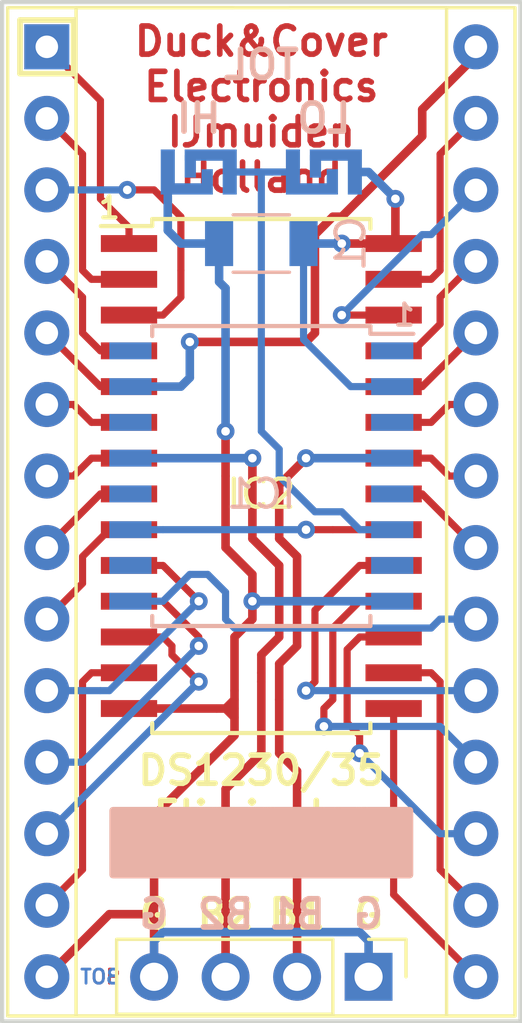
<source format=kicad_pcb>
(kicad_pcb (version 4) (host pcbnew 4.0.6-e0-6349~53~ubuntu16.04.1)

  (general
    (links 49)
    (no_connects 8)
    (area 102.477499 51.677499 121.042501 88.022501)
    (thickness 1.6)
    (drawings 26)
    (tracks 235)
    (zones 0)
    (modules 7)
    (nets 34)
  )

  (page A4)
  (layers
    (0 F.Cu signal hide)
    (31 B.Cu signal hide)
    (32 B.Adhes user hide)
    (33 F.Adhes user)
    (34 B.Paste user hide)
    (35 F.Paste user)
    (36 B.SilkS user)
    (37 F.SilkS user hide)
    (38 B.Mask user hide)
    (39 F.Mask user hide)
    (40 Dwgs.User user)
    (41 Cmts.User user)
    (42 Eco1.User user)
    (43 Eco2.User user)
    (44 Edge.Cuts user)
    (45 Margin user)
    (46 B.CrtYd user hide)
    (47 F.CrtYd user)
    (48 B.Fab user hide)
    (49 F.Fab user hide)
  )

  (setup
    (last_trace_width 0.254)
    (user_trace_width 0.1524)
    (user_trace_width 0.254)
    (user_trace_width 0.3048)
    (user_trace_width 0.381)
    (user_trace_width 0.508)
    (trace_clearance 0.254)
    (zone_clearance 0.508)
    (zone_45_only no)
    (trace_min 0.1524)
    (segment_width 0.2)
    (edge_width 0.15)
    (via_size 0.635)
    (via_drill 0.3048)
    (via_min_size 0.508)
    (via_min_drill 0.254)
    (uvia_size 0.0254)
    (uvia_drill 0)
    (uvias_allowed no)
    (uvia_min_size 0)
    (uvia_min_drill 0)
    (pcb_text_width 0.3)
    (pcb_text_size 1.5 1.5)
    (mod_edge_width 0.15)
    (mod_text_size 1 1)
    (mod_text_width 0.15)
    (pad_size 1.524 1.524)
    (pad_drill 0.762)
    (pad_to_mask_clearance 0.2)
    (aux_axis_origin 102.5525 87.9475)
    (visible_elements FFFEFF5F)
    (pcbplotparams
      (layerselection 0x00030_80000001)
      (usegerberextensions false)
      (excludeedgelayer true)
      (linewidth 0.100000)
      (plotframeref false)
      (viasonmask false)
      (mode 1)
      (useauxorigin false)
      (hpglpennumber 1)
      (hpglpenspeed 20)
      (hpglpendiameter 15)
      (hpglpenoverlay 2)
      (psnegative false)
      (psa4output false)
      (plotreference true)
      (plotvalue true)
      (plotinvisibletext false)
      (padsonsilk false)
      (subtractmaskfromsilk false)
      (outputformat 1)
      (mirror false)
      (drillshape 1)
      (scaleselection 1)
      (outputdirectory ""))
  )

  (net 0 "")
  (net 1 GND)
  (net 2 /a14)
  (net 3 /d3)
  (net 4 /a12)
  (net 5 /d4)
  (net 6 /a7)
  (net 7 /d5)
  (net 8 /a6)
  (net 9 /d6)
  (net 10 /a5)
  (net 11 /d7)
  (net 12 /a4)
  (net 13 /a3)
  (net 14 /a10)
  (net 15 /a2)
  (net 16 /a1)
  (net 17 /a11)
  (net 18 /a0)
  (net 19 /a9)
  (net 20 /d0)
  (net 21 /a8)
  (net 22 /d1)
  (net 23 /a13)
  (net 24 /d2)
  (net 25 /VCCO)
  (net 26 /~CE)
  (net 27 /VBAT1)
  (net 28 /~CEO)
  (net 29 /TOL)
  (net 30 /VBAT2)
  (net 31 /VCCI)
  (net 32 /~OE)
  (net 33 /~WE)

  (net_class Default "This is the default net class."
    (clearance 0.254)
    (trace_width 0.254)
    (via_dia 0.635)
    (via_drill 0.3048)
    (uvia_dia 0.0254)
    (uvia_drill 0)
    (add_net /TOL)
    (add_net /a0)
    (add_net /a1)
    (add_net /a10)
    (add_net /a11)
    (add_net /a12)
    (add_net /a13)
    (add_net /a14)
    (add_net /a2)
    (add_net /a3)
    (add_net /a4)
    (add_net /a5)
    (add_net /a6)
    (add_net /a7)
    (add_net /a8)
    (add_net /a9)
    (add_net /d0)
    (add_net /d1)
    (add_net /d2)
    (add_net /d3)
    (add_net /d4)
    (add_net /d5)
    (add_net /d6)
    (add_net /d7)
    (add_net /~CE)
    (add_net /~CEO)
    (add_net /~OE)
    (add_net /~WE)
  )

  (net_class Power ""
    (clearance 0.254)
    (trace_width 0.3048)
    (via_dia 0.635)
    (via_drill 0.3048)
    (uvia_dia 0.0254)
    (uvia_drill 0)
    (add_net /VBAT1)
    (add_net /VBAT2)
    (add_net /VCCI)
    (add_net /VCCO)
    (add_net GND)
  )

  (module Housings_DIP:DIP-28_W15.24mm_Socket (layer F.Cu) (tedit 593F0E9F) (tstamp 593EE8E0)
    (at 104.14 53.34)
    (descr "28-lead dip package, row spacing 15.24 mm (600 mils), Socket")
    (tags "DIL DIP PDIP 2.54mm 15.24mm 600mil Socket")
    (path /593F1664)
    (fp_text reference J3 (at 0 -2.54) (layer F.SilkS) hide
      (effects (font (size 1 1) (thickness 0.15)))
    )
    (fp_text value 62256 (at 7.62 35.41) (layer F.Fab)
      (effects (font (size 1 1) (thickness 0.15)))
    )
    (fp_text user %R (at 0 -2.54) (layer F.Fab) hide
      (effects (font (size 1 1) (thickness 0.15)))
    )
    (fp_line (start 1.255 -1.27) (end 14.985 -1.27) (layer F.Fab) (width 0.1))
    (fp_line (start 14.985 -1.27) (end 14.985 34.29) (layer F.Fab) (width 0.1))
    (fp_line (start 14.985 34.29) (end 0.255 34.29) (layer F.Fab) (width 0.1))
    (fp_line (start 0.255 34.29) (end 0.255 -0.27) (layer F.Fab) (width 0.1))
    (fp_line (start 0.255 -0.27) (end 1.255 -1.27) (layer F.Fab) (width 0.1))
    (fp_line (start -1.27 -1.27) (end -1.27 34.29) (layer F.Fab) (width 0.1))
    (fp_line (start -1.27 34.29) (end 16.51 34.29) (layer F.Fab) (width 0.1))
    (fp_line (start 16.51 34.29) (end 16.51 -1.27) (layer F.Fab) (width 0.1))
    (fp_line (start 16.51 -1.27) (end -1.27 -1.27) (layer F.Fab) (width 0.1))
    (fp_line (start 6.62 -1.39) (end 1.04 -1.39) (layer F.SilkS) (width 0.12))
    (fp_line (start 1.04 -1.39) (end 1.04 34.41) (layer F.SilkS) (width 0.12))
    (fp_line (start 1.04 34.41) (end 14.2 34.41) (layer F.SilkS) (width 0.12))
    (fp_line (start 14.2 34.41) (end 14.2 -1.39) (layer F.SilkS) (width 0.12))
    (fp_line (start 14.2 -1.39) (end 8.62 -1.39) (layer F.SilkS) (width 0.12))
    (fp_line (start -1.39 -1.39) (end -1.39 34.41) (layer F.SilkS) (width 0.12))
    (fp_line (start -1.39 34.41) (end 16.63 34.41) (layer F.SilkS) (width 0.12))
    (fp_line (start 16.63 34.41) (end 16.63 -1.39) (layer F.SilkS) (width 0.12))
    (fp_line (start 16.63 -1.39) (end -1.39 -1.39) (layer F.SilkS) (width 0.12))
    (fp_line (start -1.7 -1.7) (end -1.7 34.7) (layer F.CrtYd) (width 0.05))
    (fp_line (start -1.7 34.7) (end 16.9 34.7) (layer F.CrtYd) (width 0.05))
    (fp_line (start 16.9 34.7) (end 16.9 -1.7) (layer F.CrtYd) (width 0.05))
    (fp_line (start 16.9 -1.7) (end -1.7 -1.7) (layer F.CrtYd) (width 0.05))
    (pad 1 thru_hole rect (at 0 0) (size 1.6 1.6) (drill 0.8) (layers *.Cu *.Mask)
      (net 2 /a14))
    (pad 15 thru_hole oval (at 15.24 33.02) (size 1.6 1.6) (drill 0.8) (layers *.Cu *.Mask)
      (net 3 /d3))
    (pad 2 thru_hole oval (at 0 2.54) (size 1.6 1.6) (drill 0.8) (layers *.Cu *.Mask)
      (net 4 /a12))
    (pad 16 thru_hole oval (at 15.24 30.48) (size 1.6 1.6) (drill 0.8) (layers *.Cu *.Mask)
      (net 5 /d4))
    (pad 3 thru_hole oval (at 0 5.08) (size 1.6 1.6) (drill 0.8) (layers *.Cu *.Mask)
      (net 6 /a7))
    (pad 17 thru_hole oval (at 15.24 27.94) (size 1.6 1.6) (drill 0.8) (layers *.Cu *.Mask)
      (net 7 /d5))
    (pad 4 thru_hole oval (at 0 7.62) (size 1.6 1.6) (drill 0.8) (layers *.Cu *.Mask)
      (net 8 /a6))
    (pad 18 thru_hole oval (at 15.24 25.4) (size 1.6 1.6) (drill 0.8) (layers *.Cu *.Mask)
      (net 9 /d6))
    (pad 5 thru_hole oval (at 0 10.16) (size 1.6 1.6) (drill 0.8) (layers *.Cu *.Mask)
      (net 10 /a5))
    (pad 19 thru_hole oval (at 15.24 22.86) (size 1.6 1.6) (drill 0.8) (layers *.Cu *.Mask)
      (net 11 /d7))
    (pad 6 thru_hole oval (at 0 12.7) (size 1.6 1.6) (drill 0.8) (layers *.Cu *.Mask)
      (net 12 /a4))
    (pad 20 thru_hole oval (at 15.24 20.32) (size 1.6 1.6) (drill 0.8) (layers *.Cu *.Mask)
      (net 26 /~CE))
    (pad 7 thru_hole oval (at 0 15.24) (size 1.6 1.6) (drill 0.8) (layers *.Cu *.Mask)
      (net 13 /a3))
    (pad 21 thru_hole oval (at 15.24 17.78) (size 1.6 1.6) (drill 0.8) (layers *.Cu *.Mask)
      (net 14 /a10))
    (pad 8 thru_hole oval (at 0 17.78) (size 1.6 1.6) (drill 0.8) (layers *.Cu *.Mask)
      (net 15 /a2))
    (pad 22 thru_hole oval (at 15.24 15.24) (size 1.6 1.6) (drill 0.8) (layers *.Cu *.Mask)
      (net 32 /~OE))
    (pad 9 thru_hole oval (at 0 20.32) (size 1.6 1.6) (drill 0.8) (layers *.Cu *.Mask)
      (net 16 /a1))
    (pad 23 thru_hole oval (at 15.24 12.7) (size 1.6 1.6) (drill 0.8) (layers *.Cu *.Mask)
      (net 17 /a11))
    (pad 10 thru_hole oval (at 0 22.86) (size 1.6 1.6) (drill 0.8) (layers *.Cu *.Mask)
      (net 18 /a0))
    (pad 24 thru_hole oval (at 15.24 10.16) (size 1.6 1.6) (drill 0.8) (layers *.Cu *.Mask)
      (net 19 /a9))
    (pad 11 thru_hole oval (at 0 25.4) (size 1.6 1.6) (drill 0.8) (layers *.Cu *.Mask)
      (net 20 /d0))
    (pad 25 thru_hole oval (at 15.24 7.62) (size 1.6 1.6) (drill 0.8) (layers *.Cu *.Mask)
      (net 21 /a8))
    (pad 12 thru_hole oval (at 0 27.94) (size 1.6 1.6) (drill 0.8) (layers *.Cu *.Mask)
      (net 22 /d1))
    (pad 26 thru_hole oval (at 15.24 5.08) (size 1.6 1.6) (drill 0.8) (layers *.Cu *.Mask)
      (net 23 /a13))
    (pad 13 thru_hole oval (at 0 30.48) (size 1.6 1.6) (drill 0.8) (layers *.Cu *.Mask)
      (net 24 /d2))
    (pad 27 thru_hole oval (at 15.24 2.54) (size 1.6 1.6) (drill 0.8) (layers *.Cu *.Mask)
      (net 33 /~WE))
    (pad 14 thru_hole oval (at 0 33.02) (size 1.6 1.6) (drill 0.8) (layers *.Cu *.Mask)
      (net 1 GND))
    (pad 28 thru_hole oval (at 15.24 0) (size 1.6 1.6) (drill 0.8) (layers *.Cu *.Mask)
      (net 31 /VCCI))
    (model ${KISYS3DMOD}/Housings_DIP.3dshapes/DIP-28_W15.24mm_Socket.wrl
      (at (xyz 0 0 0))
      (scale (xyz 1 1 1))
      (rotate (xyz 0 0 0))
    )
  )

  (module Capacitors_SMD:C_1206 (layer B.Cu) (tedit 593EEF2D) (tstamp 593EDF6D)
    (at 111.76 60.325 180)
    (descr "Capacitor SMD 1206, reflow soldering, AVX (see smccp.pdf)")
    (tags "capacitor 1206")
    (path /593EFA1B)
    (attr smd)
    (fp_text reference C1 (at -3.175 0 450) (layer B.SilkS)
      (effects (font (size 1 1) (thickness 0.15)) (justify mirror))
    )
    (fp_text value 100n (at 0 -2 180) (layer B.Fab)
      (effects (font (size 1 1) (thickness 0.15)) (justify mirror))
    )
    (fp_text user %R (at -3.175 0 270) (layer B.Fab)
      (effects (font (size 1 1) (thickness 0.15)) (justify mirror))
    )
    (fp_line (start -1.6 -0.8) (end -1.6 0.8) (layer B.Fab) (width 0.1))
    (fp_line (start 1.6 -0.8) (end -1.6 -0.8) (layer B.Fab) (width 0.1))
    (fp_line (start 1.6 0.8) (end 1.6 -0.8) (layer B.Fab) (width 0.1))
    (fp_line (start -1.6 0.8) (end 1.6 0.8) (layer B.Fab) (width 0.1))
    (fp_line (start 1 1.02) (end -1 1.02) (layer B.SilkS) (width 0.12))
    (fp_line (start -1 -1.02) (end 1 -1.02) (layer B.SilkS) (width 0.12))
    (fp_line (start -2.25 1.05) (end 2.25 1.05) (layer B.CrtYd) (width 0.05))
    (fp_line (start -2.25 1.05) (end -2.25 -1.05) (layer B.CrtYd) (width 0.05))
    (fp_line (start 2.25 -1.05) (end 2.25 1.05) (layer B.CrtYd) (width 0.05))
    (fp_line (start 2.25 -1.05) (end -2.25 -1.05) (layer B.CrtYd) (width 0.05))
    (pad 1 smd rect (at -1.5 0 180) (size 1 1.6) (layers B.Cu B.Paste B.Mask)
      (net 25 /VCCO))
    (pad 2 smd rect (at 1.5 0 180) (size 1 1.6) (layers B.Cu B.Paste B.Mask)
      (net 1 GND))
    (model Capacitors_SMD.3dshapes/C_1206.wrl
      (at (xyz 0 0 0))
      (scale (xyz 1 1 1))
      (rotate (xyz 0 0 0))
    )
  )

  (module nelis_footprints:soljump_no_1 (layer B.Cu) (tedit 593EEE0D) (tstamp 593EDF83)
    (at 113.9825 57.785 180)
    (path /593EF1B4)
    (fp_text reference JP1 (at -2.54 0 450) (layer B.SilkS) hide
      (effects (font (size 1 1) (thickness 0.15)) (justify mirror))
    )
    (fp_text value soljump_nc_1 (at 0 -1.27 180) (layer B.Fab)
      (effects (font (size 1 1) (thickness 0.15)) (justify mirror))
    )
    (fp_line (start -1.2 -0.5) (end 1.2 -0.5) (layer B.Mask) (width 0.25))
    (fp_line (start -1.2 -0.3) (end 1.2 -0.3) (layer B.Mask) (width 0.25))
    (fp_line (start -1.2 -0.1) (end 1.2 -0.1) (layer B.Mask) (width 0.25))
    (fp_line (start -1.2 0.1) (end 1.2 0.1) (layer B.Mask) (width 0.25))
    (fp_line (start -1.2 0.3) (end 1.2 0.3) (layer B.Mask) (width 0.25))
    (fp_line (start -1.2 0.5) (end 1.2 0.5) (layer B.Mask) (width 0.25))
    (fp_line (start 1.2 0.7) (end 1.2 -0.7) (layer B.Mask) (width 0.25))
    (fp_line (start -1.2 0.7) (end -1.2 -0.7) (layer B.Mask) (width 0.25))
    (fp_line (start -1.2 0.7) (end 1.2 0.7) (layer B.Mask) (width 0.25))
    (fp_line (start -1.2 -0.7) (end 1.2 -0.7) (layer B.Mask) (width 0.25))
    (fp_line (start -1.4 0.9) (end 1.4 0.9) (layer B.CrtYd) (width 0.15))
    (fp_line (start 1.4 0.9) (end 1.5 0.9) (layer B.CrtYd) (width 0.15))
    (fp_line (start 1.5 0.9) (end 1.5 -0.9) (layer B.CrtYd) (width 0.15))
    (fp_line (start 1.5 -0.9) (end -1.5 -0.9) (layer B.CrtYd) (width 0.15))
    (fp_line (start -1.5 -0.9) (end -1.5 0.9) (layer B.CrtYd) (width 0.15))
    (fp_line (start -1.5 0.9) (end -1.4 0.9) (layer B.CrtYd) (width 0.15))
    (pad 1 smd rect (at -1.1 0 180) (size 0.5 1.6) (layers B.Cu B.Paste B.Mask)
      (net 25 /VCCO))
    (pad 2 smd rect (at 1.1 0 180) (size 0.5 1.6) (layers B.Cu B.Paste B.Mask)
      (net 29 /TOL))
    (pad 1 smd rect (at -0.3 0.6 180) (size 1.6 0.4) (layers B.Cu B.Paste B.Mask)
      (net 25 /VCCO))
    (pad 2 smd rect (at 0.3 -0.6 180) (size 1.6 0.4) (layers B.Cu B.Paste B.Mask)
      (net 29 /TOL))
    (pad 2 smd rect (at -0.3 -0.3 180) (size 0.4 0.8) (layers B.Cu B.Paste B.Mask)
      (net 29 /TOL))
    (pad 1 smd rect (at 0.3 0.2 180) (size 0.4 0.8) (layers B.Cu B.Paste B.Mask)
      (net 25 /VCCO))
  )

  (module nelis_footprints:soljump_no_1 (layer B.Cu) (tedit 593EEE09) (tstamp 593EDF8D)
    (at 109.5375 57.785 180)
    (path /593EF20D)
    (fp_text reference JP2 (at 2.54 0 450) (layer B.SilkS) hide
      (effects (font (size 1 1) (thickness 0.15)) (justify mirror))
    )
    (fp_text value soljump_no_1 (at 0 -1.27 180) (layer B.Fab)
      (effects (font (size 1 1) (thickness 0.15)) (justify mirror))
    )
    (fp_line (start -1.2 -0.5) (end 1.2 -0.5) (layer B.Mask) (width 0.25))
    (fp_line (start -1.2 -0.3) (end 1.2 -0.3) (layer B.Mask) (width 0.25))
    (fp_line (start -1.2 -0.1) (end 1.2 -0.1) (layer B.Mask) (width 0.25))
    (fp_line (start -1.2 0.1) (end 1.2 0.1) (layer B.Mask) (width 0.25))
    (fp_line (start -1.2 0.3) (end 1.2 0.3) (layer B.Mask) (width 0.25))
    (fp_line (start -1.2 0.5) (end 1.2 0.5) (layer B.Mask) (width 0.25))
    (fp_line (start 1.2 0.7) (end 1.2 -0.7) (layer B.Mask) (width 0.25))
    (fp_line (start -1.2 0.7) (end -1.2 -0.7) (layer B.Mask) (width 0.25))
    (fp_line (start -1.2 0.7) (end 1.2 0.7) (layer B.Mask) (width 0.25))
    (fp_line (start -1.2 -0.7) (end 1.2 -0.7) (layer B.Mask) (width 0.25))
    (fp_line (start -1.4 0.9) (end 1.4 0.9) (layer B.CrtYd) (width 0.15))
    (fp_line (start 1.4 0.9) (end 1.5 0.9) (layer B.CrtYd) (width 0.15))
    (fp_line (start 1.5 0.9) (end 1.5 -0.9) (layer B.CrtYd) (width 0.15))
    (fp_line (start 1.5 -0.9) (end -1.5 -0.9) (layer B.CrtYd) (width 0.15))
    (fp_line (start -1.5 -0.9) (end -1.5 0.9) (layer B.CrtYd) (width 0.15))
    (fp_line (start -1.5 0.9) (end -1.4 0.9) (layer B.CrtYd) (width 0.15))
    (pad 1 smd rect (at -1.1 0 180) (size 0.5 1.6) (layers B.Cu B.Paste B.Mask)
      (net 29 /TOL))
    (pad 2 smd rect (at 1.1 0 180) (size 0.5 1.6) (layers B.Cu B.Paste B.Mask)
      (net 1 GND))
    (pad 1 smd rect (at -0.3 0.6 180) (size 1.6 0.4) (layers B.Cu B.Paste B.Mask)
      (net 29 /TOL))
    (pad 2 smd rect (at 0.3 -0.6 180) (size 1.6 0.4) (layers B.Cu B.Paste B.Mask)
      (net 1 GND))
    (pad 2 smd rect (at -0.3 -0.3 180) (size 0.4 0.8) (layers B.Cu B.Paste B.Mask)
      (net 1 GND))
    (pad 1 smd rect (at 0.3 0.2 180) (size 0.4 0.8) (layers B.Cu B.Paste B.Mask)
      (net 29 /TOL))
  )

  (module Housings_SOIC:SOIC-16W_7.5x10.3mm_Pitch1.27mm (layer B.Cu) (tedit 593F0FEA) (tstamp 593EF588)
    (at 111.76 68.58 180)
    (descr "16-Lead Plastic Small Outline (SO) - Wide, 7.50 mm Body [SOIC] (see Microchip Packaging Specification 00000049BS.pdf)")
    (tags "SOIC 1.27")
    (path /593F3419)
    (attr smd)
    (fp_text reference IC1 (at 0 -0.635 180) (layer B.SilkS)
      (effects (font (size 1 1) (thickness 0.15)) (justify mirror))
    )
    (fp_text value DS1210S (at 0 -6.25 180) (layer B.Fab)
      (effects (font (size 1 1) (thickness 0.15)) (justify mirror))
    )
    (fp_text user %R (at 0 0 180) (layer B.Fab)
      (effects (font (size 1 1) (thickness 0.15)) (justify mirror))
    )
    (fp_line (start -2.75 5.15) (end 3.75 5.15) (layer B.Fab) (width 0.15))
    (fp_line (start 3.75 5.15) (end 3.75 -5.15) (layer B.Fab) (width 0.15))
    (fp_line (start 3.75 -5.15) (end -3.75 -5.15) (layer B.Fab) (width 0.15))
    (fp_line (start -3.75 -5.15) (end -3.75 4.15) (layer B.Fab) (width 0.15))
    (fp_line (start -3.75 4.15) (end -2.75 5.15) (layer B.Fab) (width 0.15))
    (fp_line (start -5.65 5.5) (end -5.65 -5.5) (layer B.CrtYd) (width 0.05))
    (fp_line (start 5.65 5.5) (end 5.65 -5.5) (layer B.CrtYd) (width 0.05))
    (fp_line (start -5.65 5.5) (end 5.65 5.5) (layer B.CrtYd) (width 0.05))
    (fp_line (start -5.65 -5.5) (end 5.65 -5.5) (layer B.CrtYd) (width 0.05))
    (fp_line (start -3.875 5.325) (end -3.875 5.05) (layer B.SilkS) (width 0.15))
    (fp_line (start 3.875 5.325) (end 3.875 4.97) (layer B.SilkS) (width 0.15))
    (fp_line (start 3.875 -5.325) (end 3.875 -4.97) (layer B.SilkS) (width 0.15))
    (fp_line (start -3.875 -5.325) (end -3.875 -4.97) (layer B.SilkS) (width 0.15))
    (fp_line (start -3.875 5.325) (end 3.875 5.325) (layer B.SilkS) (width 0.15))
    (fp_line (start -3.875 -5.325) (end 3.875 -5.325) (layer B.SilkS) (width 0.15))
    (fp_line (start -3.875 5.05) (end -5.4 5.05) (layer B.SilkS) (width 0.15))
    (pad 1 smd rect (at -4.65 4.445 180) (size 1.5 0.6) (layers B.Cu B.Paste B.Mask))
    (pad 2 smd rect (at -4.65 3.175 180) (size 1.5 0.6) (layers B.Cu B.Paste B.Mask)
      (net 25 /VCCO))
    (pad 3 smd rect (at -4.65 1.905 180) (size 1.5 0.6) (layers B.Cu B.Paste B.Mask))
    (pad 4 smd rect (at -4.65 0.635 180) (size 1.5 0.6) (layers B.Cu B.Paste B.Mask)
      (net 27 /VBAT1))
    (pad 5 smd rect (at -4.65 -0.635 180) (size 1.5 0.6) (layers B.Cu B.Paste B.Mask))
    (pad 6 smd rect (at -4.65 -1.905 180) (size 1.5 0.6) (layers B.Cu B.Paste B.Mask)
      (net 29 /TOL))
    (pad 7 smd rect (at -4.65 -3.175 180) (size 1.5 0.6) (layers B.Cu B.Paste B.Mask))
    (pad 8 smd rect (at -4.65 -4.445 180) (size 1.5 0.6) (layers B.Cu B.Paste B.Mask)
      (net 1 GND))
    (pad 9 smd rect (at 4.65 -4.445 180) (size 1.5 0.6) (layers B.Cu B.Paste B.Mask)
      (net 26 /~CE))
    (pad 10 smd rect (at 4.65 -3.175 180) (size 1.5 0.6) (layers B.Cu B.Paste B.Mask))
    (pad 11 smd rect (at 4.65 -1.905 180) (size 1.5 0.6) (layers B.Cu B.Paste B.Mask)
      (net 28 /~CEO))
    (pad 12 smd rect (at 4.65 -0.635 180) (size 1.5 0.6) (layers B.Cu B.Paste B.Mask))
    (pad 13 smd rect (at 4.65 0.635 180) (size 1.5 0.6) (layers B.Cu B.Paste B.Mask)
      (net 30 /VBAT2))
    (pad 14 smd rect (at 4.65 1.905 180) (size 1.5 0.6) (layers B.Cu B.Paste B.Mask))
    (pad 15 smd rect (at 4.65 3.175 180) (size 1.5 0.6) (layers B.Cu B.Paste B.Mask)
      (net 31 /VCCI))
    (pad 16 smd rect (at 4.65 4.445 180) (size 1.5 0.6) (layers B.Cu B.Paste B.Mask))
    (model ${KISYS3DMOD}/Housings_SOIC.3dshapes/SOIC-16W_7.5x10.3mm_Pitch1.27mm.wrl
      (at (xyz 0 0 0))
      (scale (xyz 1 1 1))
      (rotate (xyz 0 0 0))
    )
  )

  (module Housings_SOIC:SOIC-28W_7.5x17.9mm_Pitch1.27mm (layer F.Cu) (tedit 593F0FDD) (tstamp 593EF59B)
    (at 111.76 68.58)
    (descr "28-Lead Plastic Small Outline (SO) - Wide, 7.50 mm Body [SOIC] (see Microchip Packaging Specification 00000049BS.pdf)")
    (tags "SOIC 1.27")
    (path /593F1312)
    (attr smd)
    (fp_text reference IC2 (at 0 0.635) (layer F.SilkS)
      (effects (font (size 1 1) (thickness 0.15)))
    )
    (fp_text value 62256 (at 0 10.05) (layer F.Fab)
      (effects (font (size 1 1) (thickness 0.15)))
    )
    (fp_text user %R (at 0 0.635) (layer F.Fab)
      (effects (font (size 1 1) (thickness 0.15)))
    )
    (fp_line (start -2.75 -8.95) (end 3.75 -8.95) (layer F.Fab) (width 0.15))
    (fp_line (start 3.75 -8.95) (end 3.75 8.95) (layer F.Fab) (width 0.15))
    (fp_line (start 3.75 8.95) (end -3.75 8.95) (layer F.Fab) (width 0.15))
    (fp_line (start -3.75 8.95) (end -3.75 -7.95) (layer F.Fab) (width 0.15))
    (fp_line (start -3.75 -7.95) (end -2.75 -8.95) (layer F.Fab) (width 0.15))
    (fp_line (start -5.95 -9.3) (end -5.95 9.3) (layer F.CrtYd) (width 0.05))
    (fp_line (start 5.95 -9.3) (end 5.95 9.3) (layer F.CrtYd) (width 0.05))
    (fp_line (start -5.95 -9.3) (end 5.95 -9.3) (layer F.CrtYd) (width 0.05))
    (fp_line (start -5.95 9.3) (end 5.95 9.3) (layer F.CrtYd) (width 0.05))
    (fp_line (start -3.875 -9.125) (end -3.875 -8.875) (layer F.SilkS) (width 0.15))
    (fp_line (start 3.875 -9.125) (end 3.875 -8.78) (layer F.SilkS) (width 0.15))
    (fp_line (start 3.875 9.125) (end 3.875 8.78) (layer F.SilkS) (width 0.15))
    (fp_line (start -3.875 9.125) (end -3.875 8.78) (layer F.SilkS) (width 0.15))
    (fp_line (start -3.875 -9.125) (end 3.875 -9.125) (layer F.SilkS) (width 0.15))
    (fp_line (start -3.875 9.125) (end 3.875 9.125) (layer F.SilkS) (width 0.15))
    (fp_line (start -3.875 -8.875) (end -5.7 -8.875) (layer F.SilkS) (width 0.15))
    (pad 1 smd rect (at -4.7 -8.255) (size 2 0.6) (layers F.Cu F.Paste F.Mask)
      (net 2 /a14))
    (pad 2 smd rect (at -4.7 -6.985) (size 2 0.6) (layers F.Cu F.Paste F.Mask)
      (net 4 /a12))
    (pad 3 smd rect (at -4.7 -5.715) (size 2 0.6) (layers F.Cu F.Paste F.Mask)
      (net 6 /a7))
    (pad 4 smd rect (at -4.7 -4.445) (size 2 0.6) (layers F.Cu F.Paste F.Mask)
      (net 8 /a6))
    (pad 5 smd rect (at -4.7 -3.175) (size 2 0.6) (layers F.Cu F.Paste F.Mask)
      (net 10 /a5))
    (pad 6 smd rect (at -4.7 -1.905) (size 2 0.6) (layers F.Cu F.Paste F.Mask)
      (net 12 /a4))
    (pad 7 smd rect (at -4.7 -0.635) (size 2 0.6) (layers F.Cu F.Paste F.Mask)
      (net 13 /a3))
    (pad 8 smd rect (at -4.7 0.635) (size 2 0.6) (layers F.Cu F.Paste F.Mask)
      (net 15 /a2))
    (pad 9 smd rect (at -4.7 1.905) (size 2 0.6) (layers F.Cu F.Paste F.Mask)
      (net 16 /a1))
    (pad 10 smd rect (at -4.7 3.175) (size 2 0.6) (layers F.Cu F.Paste F.Mask)
      (net 18 /a0))
    (pad 11 smd rect (at -4.7 4.445) (size 2 0.6) (layers F.Cu F.Paste F.Mask)
      (net 20 /d0))
    (pad 12 smd rect (at -4.7 5.715) (size 2 0.6) (layers F.Cu F.Paste F.Mask)
      (net 22 /d1))
    (pad 13 smd rect (at -4.7 6.985) (size 2 0.6) (layers F.Cu F.Paste F.Mask)
      (net 24 /d2))
    (pad 14 smd rect (at -4.7 8.255) (size 2 0.6) (layers F.Cu F.Paste F.Mask)
      (net 1 GND))
    (pad 15 smd rect (at 4.7 8.255) (size 2 0.6) (layers F.Cu F.Paste F.Mask)
      (net 3 /d3))
    (pad 16 smd rect (at 4.7 6.985) (size 2 0.6) (layers F.Cu F.Paste F.Mask)
      (net 5 /d4))
    (pad 17 smd rect (at 4.7 5.715) (size 2 0.6) (layers F.Cu F.Paste F.Mask)
      (net 7 /d5))
    (pad 18 smd rect (at 4.7 4.445) (size 2 0.6) (layers F.Cu F.Paste F.Mask)
      (net 9 /d6))
    (pad 19 smd rect (at 4.7 3.175) (size 2 0.6) (layers F.Cu F.Paste F.Mask)
      (net 11 /d7))
    (pad 20 smd rect (at 4.7 1.905) (size 2 0.6) (layers F.Cu F.Paste F.Mask)
      (net 28 /~CEO))
    (pad 21 smd rect (at 4.7 0.635) (size 2 0.6) (layers F.Cu F.Paste F.Mask)
      (net 14 /a10))
    (pad 22 smd rect (at 4.7 -0.635) (size 2 0.6) (layers F.Cu F.Paste F.Mask)
      (net 32 /~OE))
    (pad 23 smd rect (at 4.7 -1.905) (size 2 0.6) (layers F.Cu F.Paste F.Mask)
      (net 17 /a11))
    (pad 24 smd rect (at 4.7 -3.175) (size 2 0.6) (layers F.Cu F.Paste F.Mask)
      (net 19 /a9))
    (pad 25 smd rect (at 4.7 -4.445) (size 2 0.6) (layers F.Cu F.Paste F.Mask)
      (net 21 /a8))
    (pad 26 smd rect (at 4.7 -5.715) (size 2 0.6) (layers F.Cu F.Paste F.Mask)
      (net 23 /a13))
    (pad 27 smd rect (at 4.7 -6.985) (size 2 0.6) (layers F.Cu F.Paste F.Mask)
      (net 33 /~WE))
    (pad 28 smd rect (at 4.7 -8.255) (size 2 0.6) (layers F.Cu F.Paste F.Mask)
      (net 25 /VCCO))
    (model ${KISYS3DMOD}/Housings_SOIC.3dshapes/SOIC-28W_7.5x17.9mm_Pitch1.27mm.wrl
      (at (xyz 0 0 0))
      (scale (xyz 1 1 1))
      (rotate (xyz 0 0 0))
    )
  )

  (module Socket_Strips:Socket_Strip_Straight_1x04_Pitch2.54mm (layer F.Cu) (tedit 593F0DCA) (tstamp 593F027F)
    (at 115.57 86.36 270)
    (descr "Through hole straight socket strip, 1x04, 2.54mm pitch, single row")
    (tags "Through hole socket strip THT 1x04 2.54mm single row")
    (path /593F20D3)
    (fp_text reference J1 (at -2.54 -1.905 360) (layer F.SilkS) hide
      (effects (font (size 1 1) (thickness 0.15)))
    )
    (fp_text value CONN_01X04 (at 0 9.95 270) (layer F.Fab)
      (effects (font (size 1 1) (thickness 0.15)))
    )
    (fp_line (start -1.27 -1.27) (end -1.27 8.89) (layer F.Fab) (width 0.1))
    (fp_line (start -1.27 8.89) (end 1.27 8.89) (layer F.Fab) (width 0.1))
    (fp_line (start 1.27 8.89) (end 1.27 -1.27) (layer F.Fab) (width 0.1))
    (fp_line (start 1.27 -1.27) (end -1.27 -1.27) (layer F.Fab) (width 0.1))
    (fp_line (start -1.33 1.27) (end -1.33 8.95) (layer F.SilkS) (width 0.12))
    (fp_line (start -1.33 8.95) (end 1.33 8.95) (layer F.SilkS) (width 0.12))
    (fp_line (start 1.33 8.95) (end 1.33 1.27) (layer F.SilkS) (width 0.12))
    (fp_line (start 1.33 1.27) (end -1.33 1.27) (layer F.SilkS) (width 0.12))
    (fp_line (start -1.33 0) (end -1.33 -1.33) (layer F.SilkS) (width 0.12))
    (fp_line (start -1.33 -1.33) (end 0 -1.33) (layer F.SilkS) (width 0.12))
    (fp_line (start -1.8 -1.8) (end -1.8 9.4) (layer F.CrtYd) (width 0.05))
    (fp_line (start -1.8 9.4) (end 1.8 9.4) (layer F.CrtYd) (width 0.05))
    (fp_line (start 1.8 9.4) (end 1.8 -1.8) (layer F.CrtYd) (width 0.05))
    (fp_line (start 1.8 -1.8) (end -1.8 -1.8) (layer F.CrtYd) (width 0.05))
    (fp_text user %R (at -2.54 -1.905 360) (layer F.Fab) hide
      (effects (font (size 1 1) (thickness 0.15)))
    )
    (pad 1 thru_hole rect (at 0 0 270) (size 1.7 1.7) (drill 1) (layers *.Cu *.Mask)
      (net 1 GND))
    (pad 2 thru_hole oval (at 0 2.54 270) (size 1.7 1.7) (drill 1) (layers *.Cu *.Mask)
      (net 27 /VBAT1))
    (pad 3 thru_hole oval (at 0 5.08 270) (size 1.7 1.7) (drill 1) (layers *.Cu *.Mask)
      (net 30 /VBAT2))
    (pad 4 thru_hole oval (at 0 7.62 270) (size 1.7 1.7) (drill 1) (layers *.Cu *.Mask)
      (net 1 GND))
    (model ${KISYS3DMOD}/Socket_Strips.3dshapes/Socket_Strip_Straight_1x04_Pitch2.54mm.wrl
      (at (xyz 0 -0.15 0))
      (scale (xyz 1 1 1))
      (rotate (xyz 0 0 270))
    )
  )

  (gr_text "Duck&Cover\nElectronics\nIJmuiden\nHolland" (at 111.76 55.5625) (layer F.Cu)
    (effects (font (size 1 1) (thickness 0.2)))
  )
  (gr_text 1 (at 116.84 62.865) (layer B.SilkS)
    (effects (font (size 0.75 0.75) (thickness 0.15)) (justify mirror))
  )
  (gr_text 1 (at 106.3625 59.055) (layer F.SilkS)
    (effects (font (size 0.75 0.75) (thickness 0.15)))
  )
  (gr_text TOL (at 111.76 53.975) (layer B.SilkS)
    (effects (font (size 1 1) (thickness 0.2)) (justify mirror))
  )
  (gr_line (start 102.5525 87.9475) (end 102.5525 51.7525) (angle 90) (layer Edge.Cuts) (width 0.15))
  (gr_line (start 120.9675 87.9475) (end 102.5525 87.9475) (angle 90) (layer Edge.Cuts) (width 0.15))
  (gr_line (start 120.9675 51.7525) (end 120.9675 87.9475) (angle 90) (layer Edge.Cuts) (width 0.15))
  (gr_line (start 102.5525 51.7525) (end 120.9675 51.7525) (angle 90) (layer Edge.Cuts) (width 0.15))
  (gr_line (start 103.1875 54.2925) (end 103.1875 52.3875) (angle 90) (layer F.SilkS) (width 0.2))
  (gr_line (start 105.0925 54.2925) (end 103.1875 54.2925) (angle 90) (layer F.SilkS) (width 0.2))
  (gr_line (start 105.0925 52.3875) (end 105.0925 54.2925) (angle 90) (layer F.SilkS) (width 0.2))
  (gr_line (start 103.1875 52.3875) (end 105.0925 52.3875) (angle 90) (layer F.SilkS) (width 0.2))
  (gr_text "DS1230/35\nEliminator\n20170612-01" (at 111.76 80.645) (layer F.SilkS)
    (effects (font (size 1 1) (thickness 0.2)))
  )
  (gr_text G (at 115.57 84.1375) (layer B.SilkS)
    (effects (font (size 1 1) (thickness 0.2)) (justify mirror))
  )
  (gr_text B2 (at 110.49 84.1375) (layer B.SilkS)
    (effects (font (size 1 1) (thickness 0.2)) (justify mirror))
  )
  (gr_text B1 (at 113.03 84.1375) (layer B.SilkS)
    (effects (font (size 1 1) (thickness 0.2)) (justify mirror))
  )
  (gr_text G (at 107.95 84.1375) (layer B.SilkS)
    (effects (font (size 1 1) (thickness 0.2)) (justify mirror))
  )
  (gr_text G (at 107.95 84.1375) (layer F.SilkS)
    (effects (font (size 1 1) (thickness 0.2)))
  )
  (gr_text G (at 115.57 84.1375) (layer F.SilkS)
    (effects (font (size 1 1) (thickness 0.2)))
  )
  (gr_text B2 (at 110.49 84.1375) (layer F.SilkS)
    (effects (font (size 1 1) (thickness 0.2)))
  )
  (gr_text LO (at 113.9825 55.88) (layer B.SilkS)
    (effects (font (size 1 1) (thickness 0.2)) (justify mirror))
  )
  (gr_text HI (at 109.5375 55.88) (layer B.SilkS)
    (effects (font (size 1 1) (thickness 0.2)) (justify mirror))
  )
  (gr_text BOT (at 106.045 86.36) (layer B.Cu)
    (effects (font (size 0.5 0.5) (thickness 0.1)) (justify mirror))
  )
  (gr_text TOP (at 106.045 86.36) (layer F.Cu)
    (effects (font (size 0.5 0.5) (thickness 0.1)))
  )
  (gr_text B1 (at 113.03 84.1375) (layer F.SilkS)
    (effects (font (size 1 1) (thickness 0.2)))
  )
  (gr_text "Duck&Cover\nElectronics\nIJmuiden\nHolland" (at 111.76 55.5625) (layer F.Mask)
    (effects (font (size 1 1) (thickness 0.2)))
  )

  (segment (start 108.4375 57.785) (end 108.4375 59.86) (width 0.3048) (layer B.Cu) (net 1))
  (segment (start 108.9025 60.325) (end 110.26 60.325) (width 0.3048) (layer B.Cu) (net 1) (tstamp 593F119F))
  (segment (start 108.4375 59.86) (end 108.9025 60.325) (width 0.3048) (layer B.Cu) (net 1) (tstamp 593F119E))
  (segment (start 110.26 60.325) (end 110.26 61.6825) (width 0.3048) (layer B.Cu) (net 1))
  (segment (start 110.49 66.9925) (end 110.49 68.58) (width 0.3048) (layer F.Cu) (net 1))
  (segment (start 110.49 61.9125) (end 110.26 61.6825) (width 0.3048) (layer B.Cu) (net 1) (tstamp 593EFFA0))
  (via (at 110.49 66.9925) (size 0.635) (drill 0.3048) (layers F.Cu B.Cu) (net 1))
  (segment (start 110.49 66.9925) (end 110.49 61.9125) (width 0.3048) (layer B.Cu) (net 1))
  (segment (start 115.2525 84.7725) (end 108.2675 84.7725) (width 0.3048) (layer B.Cu) (net 1))
  (segment (start 115.57 86.36) (end 115.57 85.09) (width 0.3048) (layer B.Cu) (net 1))
  (segment (start 115.57 85.09) (end 115.2525 84.7725) (width 0.3048) (layer B.Cu) (net 1) (tstamp 593F0C18))
  (segment (start 107.95 85.09) (end 107.95 86.36) (width 0.3048) (layer B.Cu) (net 1) (tstamp 593F0EFF))
  (segment (start 108.2675 84.7725) (end 107.95 85.09) (width 0.3048) (layer B.Cu) (net 1) (tstamp 593F0EFE))
  (segment (start 107.6325 84.1375) (end 107.95 84.455) (width 0.3048) (layer F.Cu) (net 1))
  (segment (start 107.6325 84.1375) (end 107.95 83.82) (width 0.3048) (layer F.Cu) (net 1))
  (segment (start 104.14 86.36) (end 106.3625 84.1375) (width 0.3048) (layer F.Cu) (net 1))
  (segment (start 106.3625 84.1375) (end 107.6325 84.1375) (width 0.3048) (layer F.Cu) (net 1) (tstamp 593F0EE0))
  (segment (start 107.6325 84.1375) (end 107.95 84.1375) (width 0.3048) (layer F.Cu) (net 1) (tstamp 593F0EF3))
  (segment (start 110.49 76.835) (end 110.8075 77.1525) (width 0.3048) (layer F.Cu) (net 1))
  (segment (start 110.8075 76.5175) (end 110.49 76.835) (width 0.3048) (layer F.Cu) (net 1))
  (segment (start 110.8075 76.835) (end 110.49 76.835) (width 0.3048) (layer F.Cu) (net 1))
  (segment (start 110.49 76.835) (end 110.1725 76.835) (width 0.3048) (layer F.Cu) (net 1) (tstamp 593F0BDD))
  (segment (start 110.1725 76.835) (end 107.06 76.835) (width 0.3048) (layer F.Cu) (net 1))
  (segment (start 107.95 86.36) (end 107.95 84.455) (width 0.3048) (layer F.Cu) (net 1))
  (segment (start 107.95 84.455) (end 107.95 84.1375) (width 0.3048) (layer F.Cu) (net 1) (tstamp 593F0EFC))
  (segment (start 107.95 84.1375) (end 107.95 83.82) (width 0.3048) (layer F.Cu) (net 1) (tstamp 593F0EE3))
  (segment (start 107.95 83.82) (end 107.95 80.645) (width 0.3048) (layer F.Cu) (net 1) (tstamp 593F0EF7))
  (segment (start 110.8075 77.7875) (end 110.8075 77.1525) (width 0.3048) (layer F.Cu) (net 1) (tstamp 593F0BD0))
  (segment (start 107.95 80.645) (end 110.8075 77.7875) (width 0.3048) (layer F.Cu) (net 1) (tstamp 593F0BC8))
  (segment (start 110.8075 77.1525) (end 110.8075 76.835) (width 0.3048) (layer F.Cu) (net 1) (tstamp 593F0BE1))
  (segment (start 110.8075 76.835) (end 110.8075 76.5175) (width 0.3048) (layer F.Cu) (net 1) (tstamp 593F0BD7))
  (segment (start 110.8075 76.5175) (end 110.8075 76.2) (width 0.3048) (layer F.Cu) (net 1) (tstamp 593F0BD9))
  (segment (start 111.4425 73.025) (end 111.4425 72.0725) (width 0.3048) (layer F.Cu) (net 1))
  (segment (start 110.49 71.12) (end 110.49 68.58) (width 0.3048) (layer F.Cu) (net 1) (tstamp 593F0A9E))
  (segment (start 111.4425 72.0725) (end 110.49 71.12) (width 0.3048) (layer F.Cu) (net 1) (tstamp 593F0A9B))
  (segment (start 110.8075 76.2) (end 110.8075 74.295) (width 0.3048) (layer F.Cu) (net 1))
  (segment (start 110.8075 74.295) (end 111.4425 73.66) (width 0.3048) (layer F.Cu) (net 1) (tstamp 593F0A8A))
  (segment (start 111.4425 73.66) (end 111.4425 73.025) (width 0.3048) (layer F.Cu) (net 1) (tstamp 593F0A8C))
  (segment (start 111.4425 73.025) (end 111.4425 73.025) (width 0.3048) (layer F.Cu) (net 1) (tstamp 593F0984))
  (segment (start 111.76 73.025) (end 116.41 73.025) (width 0.3048) (layer B.Cu) (net 1) (tstamp 593F020A))
  (segment (start 111.4425 73.025) (end 111.76 73.025) (width 0.3048) (layer B.Cu) (net 1))
  (via (at 111.4425 73.025) (size 0.635) (drill 0.3048) (layers F.Cu B.Cu) (net 1))
  (segment (start 110.49 68.58) (end 110.49 68.58) (width 0.3048) (layer F.Cu) (net 1))
  (segment (start 107.949 86.359) (end 107.95 86.36) (width 0.3048) (layer F.Cu) (net 1) (tstamp 593EFA19) (status 30))
  (segment (start 107.06 60.325) (end 107.06 59.7525) (width 0.254) (layer F.Cu) (net 2))
  (segment (start 106.045 55.245) (end 104.14 53.34) (width 0.254) (layer F.Cu) (net 2) (tstamp 593F05DD))
  (segment (start 106.045 58.7375) (end 106.045 55.245) (width 0.254) (layer F.Cu) (net 2) (tstamp 593F05DB))
  (segment (start 107.06 59.7525) (end 106.045 58.7375) (width 0.254) (layer F.Cu) (net 2) (tstamp 593F05D8))
  (segment (start 116.46 76.835) (end 116.46 83.44) (width 0.254) (layer F.Cu) (net 3))
  (segment (start 116.46 83.44) (end 119.38 86.36) (width 0.254) (layer F.Cu) (net 3) (tstamp 593F04FD))
  (segment (start 105.41 57.4675) (end 105.41 57.15) (width 0.254) (layer F.Cu) (net 4))
  (segment (start 105.7275 61.595) (end 105.41 61.2775) (width 0.254) (layer F.Cu) (net 4) (tstamp 593F0489))
  (segment (start 105.41 61.2775) (end 105.41 57.4675) (width 0.254) (layer F.Cu) (net 4) (tstamp 593F048A))
  (segment (start 107.06 61.595) (end 105.7275 61.595) (width 0.254) (layer F.Cu) (net 4))
  (segment (start 105.41 57.15) (end 104.14 55.88) (width 0.254) (layer F.Cu) (net 4) (tstamp 593F048E))
  (segment (start 116.46 75.565) (end 117.7925 75.565) (width 0.254) (layer F.Cu) (net 5))
  (segment (start 118.11 82.55) (end 119.38 83.82) (width 0.254) (layer F.Cu) (net 5) (tstamp 593F04F9))
  (segment (start 118.11 75.8825) (end 118.11 82.55) (width 0.254) (layer F.Cu) (net 5) (tstamp 593F04F7))
  (segment (start 117.7925 75.565) (end 118.11 75.8825) (width 0.254) (layer F.Cu) (net 5) (tstamp 593F04F6))
  (segment (start 107.06 62.865) (end 108.2675 62.865) (width 0.254) (layer F.Cu) (net 6))
  (via (at 106.9975 58.42) (size 0.635) (drill 0.3048) (layers F.Cu B.Cu) (net 6))
  (segment (start 106.9975 58.42) (end 107.95 58.42) (width 0.254) (layer F.Cu) (net 6) (tstamp 593F05E9))
  (segment (start 107.95 58.42) (end 108.9025 59.3725) (width 0.254) (layer F.Cu) (net 6) (tstamp 593F05EA))
  (segment (start 108.9025 59.3725) (end 108.9025 61.2775) (width 0.254) (layer F.Cu) (net 6) (tstamp 593F05EC))
  (segment (start 106.9975 58.42) (end 104.14 58.42) (width 0.254) (layer B.Cu) (net 6))
  (segment (start 108.9025 62.23) (end 108.9025 61.2775) (width 0.254) (layer F.Cu) (net 6) (tstamp 593F05F1))
  (segment (start 108.2675 62.865) (end 108.9025 62.23) (width 0.254) (layer F.Cu) (net 6) (tstamp 593F05F0))
  (segment (start 115.2525 78.4225) (end 115.2525 77.7875) (width 0.254) (layer F.Cu) (net 7))
  (segment (start 118.11 81.28) (end 115.2525 78.4225) (width 0.254) (layer B.Cu) (net 7) (tstamp 593F0E82))
  (segment (start 119.38 81.28) (end 118.11 81.28) (width 0.254) (layer B.Cu) (net 7))
  (segment (start 115.2525 74.295) (end 116.46 74.295) (width 0.254) (layer F.Cu) (net 7) (tstamp 593F0572))
  (segment (start 114.808002 74.739498) (end 115.2525 74.295) (width 0.254) (layer F.Cu) (net 7) (tstamp 593F0571))
  (via (at 115.2525 78.4225) (size 0.635) (drill 0.3048) (layers F.Cu B.Cu) (net 7))
  (segment (start 114.808002 77.343002) (end 114.808002 74.739498) (width 0.254) (layer F.Cu) (net 7) (tstamp 593F0E8C))
  (segment (start 115.2525 77.7875) (end 114.808002 77.343002) (width 0.254) (layer F.Cu) (net 7) (tstamp 593F0E8B))
  (segment (start 107.06 64.135) (end 106.045 64.135) (width 0.254) (layer F.Cu) (net 8))
  (segment (start 105.41 62.23) (end 104.14 60.96) (width 0.254) (layer F.Cu) (net 8) (tstamp 593F0496))
  (segment (start 105.41 63.5) (end 105.41 62.23) (width 0.254) (layer F.Cu) (net 8) (tstamp 593F0494))
  (segment (start 106.045 64.135) (end 105.41 63.5) (width 0.254) (layer F.Cu) (net 8) (tstamp 593F0492))
  (segment (start 107.06 64.135) (end 106.299 64.135) (width 0.1524) (layer F.Cu) (net 8))
  (segment (start 119.38 78.74) (end 118.11 77.47) (width 0.254) (layer B.Cu) (net 9))
  (segment (start 113.9825 76.835) (end 113.9825 77.47) (width 0.254) (layer F.Cu) (net 9) (tstamp 593F0E77))
  (segment (start 114.3 73.9775) (end 114.3 76.5175) (width 0.254) (layer F.Cu) (net 9))
  (segment (start 114.3 73.9775) (end 115.2525 73.025) (width 0.254) (layer F.Cu) (net 9) (tstamp 593F055F))
  (segment (start 115.2525 73.025) (end 116.46 73.025) (width 0.254) (layer F.Cu) (net 9) (tstamp 593F0564))
  (via (at 113.9825 77.47) (size 0.635) (drill 0.3048) (layers F.Cu B.Cu) (net 9))
  (segment (start 114.3 76.5175) (end 113.9825 76.835) (width 0.254) (layer F.Cu) (net 9))
  (segment (start 118.11 77.47) (end 113.9825 77.47) (width 0.254) (layer B.Cu) (net 9) (tstamp 593F0E7A))
  (segment (start 107.06 65.405) (end 106.045 65.405) (width 0.254) (layer F.Cu) (net 10))
  (segment (start 106.045 65.405) (end 104.14 63.5) (width 0.254) (layer F.Cu) (net 10) (tstamp 593F049B))
  (segment (start 119.38 76.2) (end 113.3475 76.2) (width 0.254) (layer B.Cu) (net 11))
  (segment (start 115.2525 71.755) (end 116.46 71.755) (width 0.254) (layer F.Cu) (net 11) (tstamp 593F0AFD))
  (segment (start 113.665 73.3425) (end 115.2525 71.755) (width 0.254) (layer F.Cu) (net 11) (tstamp 593F0AF7))
  (segment (start 113.665 75.8825) (end 113.665 73.3425) (width 0.254) (layer F.Cu) (net 11) (tstamp 593F0AF6))
  (segment (start 113.3475 76.2) (end 113.665 75.8825) (width 0.254) (layer F.Cu) (net 11) (tstamp 593F0AF5))
  (via (at 113.3475 76.2) (size 0.635) (drill 0.3048) (layers F.Cu B.Cu) (net 11))
  (segment (start 107.06 66.675) (end 105.7275 66.675) (width 0.254) (layer F.Cu) (net 12))
  (segment (start 105.0925 66.04) (end 104.14 66.04) (width 0.254) (layer F.Cu) (net 12) (tstamp 593F04EF))
  (segment (start 105.7275 66.675) (end 105.0925 66.04) (width 0.254) (layer F.Cu) (net 12) (tstamp 593F04EE))
  (segment (start 107.06 67.945) (end 105.7275 67.945) (width 0.254) (layer F.Cu) (net 13))
  (segment (start 105.0925 68.58) (end 104.14 68.58) (width 0.254) (layer F.Cu) (net 13) (tstamp 593F04EB))
  (segment (start 105.7275 67.945) (end 105.0925 68.58) (width 0.254) (layer F.Cu) (net 13) (tstamp 593F04EA))
  (segment (start 116.46 69.215) (end 117.475 69.215) (width 0.254) (layer F.Cu) (net 14))
  (segment (start 117.475 69.215) (end 119.38 71.12) (width 0.254) (layer F.Cu) (net 14) (tstamp 593F04C5))
  (segment (start 107.06 69.215) (end 106.045 69.215) (width 0.254) (layer F.Cu) (net 15))
  (segment (start 106.045 69.215) (end 104.14 71.12) (width 0.254) (layer F.Cu) (net 15) (tstamp 593F04A9))
  (segment (start 107.06 70.485) (end 106.3625 70.485) (width 0.254) (layer F.Cu) (net 16))
  (segment (start 106.3625 70.485) (end 105.41 71.4375) (width 0.254) (layer F.Cu) (net 16) (tstamp 593F04AC))
  (segment (start 105.41 71.4375) (end 105.41 72.39) (width 0.254) (layer F.Cu) (net 16) (tstamp 593F04AD))
  (segment (start 105.41 72.39) (end 104.14 73.66) (width 0.254) (layer F.Cu) (net 16) (tstamp 593F04AE))
  (segment (start 116.46 66.675) (end 117.7925 66.675) (width 0.254) (layer F.Cu) (net 17))
  (segment (start 118.4275 66.04) (end 119.38 66.04) (width 0.254) (layer F.Cu) (net 17) (tstamp 593F04E4))
  (segment (start 117.7925 66.675) (end 118.4275 66.04) (width 0.254) (layer F.Cu) (net 17) (tstamp 593F04E2))
  (segment (start 109.5375 73.025) (end 107.6325 74.93) (width 0.254) (layer B.Cu) (net 18))
  (segment (start 107.06 71.755) (end 108.2675 71.755) (width 0.254) (layer F.Cu) (net 18) (tstamp 593F08C3))
  (segment (start 106.045 76.2) (end 104.14 76.2) (width 0.254) (layer B.Cu) (net 18))
  (via (at 109.5375 73.025) (size 0.635) (drill 0.3048) (layers F.Cu B.Cu) (net 18))
  (segment (start 109.5375 73.025) (end 108.2675 71.755) (width 0.254) (layer F.Cu) (net 18))
  (segment (start 106.3625 76.2) (end 106.045 76.2) (width 0.254) (layer B.Cu) (net 18) (tstamp 593F09CE))
  (segment (start 107.6325 74.93) (end 106.3625 76.2) (width 0.254) (layer B.Cu) (net 18) (tstamp 593F09CC))
  (segment (start 104.14 76.5175) (end 104.14 76.2) (width 0.1524) (layer B.Cu) (net 18) (tstamp 593F0028))
  (segment (start 116.46 65.405) (end 117.475 65.405) (width 0.254) (layer F.Cu) (net 19))
  (segment (start 117.475 65.405) (end 119.38 63.5) (width 0.254) (layer F.Cu) (net 19) (tstamp 593F04C8))
  (segment (start 109.5375 74.6125) (end 105.41 78.74) (width 0.254) (layer B.Cu) (net 20))
  (segment (start 109.5375 74.295) (end 108.2675 73.025) (width 0.254) (layer F.Cu) (net 20) (tstamp 593F08AD))
  (segment (start 107.06 73.025) (end 108.2675 73.025) (width 0.254) (layer F.Cu) (net 20) (tstamp 593F08B0))
  (via (at 109.5375 74.6125) (size 0.635) (drill 0.3048) (layers F.Cu B.Cu) (net 20))
  (segment (start 109.5375 74.6125) (end 109.5375 74.295) (width 0.254) (layer F.Cu) (net 20))
  (segment (start 105.41 78.74) (end 104.14 78.74) (width 0.254) (layer B.Cu) (net 20) (tstamp 593F09D7))
  (segment (start 116.46 64.135) (end 117.1575 64.135) (width 0.254) (layer F.Cu) (net 21))
  (segment (start 117.1575 64.135) (end 118.11 63.1825) (width 0.254) (layer F.Cu) (net 21) (tstamp 593F04CC))
  (segment (start 118.11 63.1825) (end 118.11 62.23) (width 0.254) (layer F.Cu) (net 21) (tstamp 593F04CD))
  (segment (start 118.11 62.23) (end 119.38 60.96) (width 0.254) (layer F.Cu) (net 21) (tstamp 593F04CE))
  (segment (start 109.5375 75.8825) (end 105.0925 80.3275) (width 0.254) (layer B.Cu) (net 22))
  (segment (start 107.06 74.295) (end 108.2675 74.295) (width 0.254) (layer F.Cu) (net 22) (tstamp 593F08A8))
  (segment (start 108.585 74.93) (end 108.585 74.6125) (width 0.254) (layer F.Cu) (net 22) (tstamp 593F089E))
  (segment (start 108.585 74.6125) (end 108.2675 74.295) (width 0.254) (layer F.Cu) (net 22) (tstamp 593F08A4))
  (via (at 109.5375 75.8825) (size 0.635) (drill 0.3048) (layers F.Cu B.Cu) (net 22))
  (segment (start 109.5375 75.8825) (end 108.585 74.93) (width 0.254) (layer F.Cu) (net 22))
  (segment (start 105.0925 80.3275) (end 104.14 81.28) (width 0.254) (layer B.Cu) (net 22) (tstamp 593F09DD))
  (segment (start 114.6175 62.865) (end 116.5225 60.96) (width 0.254) (layer B.Cu) (net 23))
  (via (at 114.6175 62.865) (size 0.635) (drill 0.3048) (layers F.Cu B.Cu) (net 23))
  (segment (start 116.46 62.865) (end 114.6175 62.865) (width 0.254) (layer F.Cu) (net 23))
  (segment (start 116.5225 60.96) (end 117.475 60.0075) (width 0.254) (layer B.Cu) (net 23) (tstamp 593F05A3))
  (segment (start 117.7925 60.0075) (end 119.38 58.42) (width 0.254) (layer B.Cu) (net 23) (tstamp 593F0597))
  (segment (start 117.475 60.0075) (end 117.7925 60.0075) (width 0.254) (layer B.Cu) (net 23) (tstamp 593F05A8))
  (segment (start 107.06 75.565) (end 105.7275 75.565) (width 0.254) (layer F.Cu) (net 24))
  (segment (start 105.41 82.55) (end 104.14 83.82) (width 0.254) (layer F.Cu) (net 24) (tstamp 593F0507))
  (segment (start 105.41 75.8825) (end 105.41 82.55) (width 0.254) (layer F.Cu) (net 24) (tstamp 593F0503))
  (segment (start 105.7275 75.565) (end 105.41 75.8825) (width 0.254) (layer F.Cu) (net 24) (tstamp 593F0502))
  (segment (start 116.5225 60.2625) (end 116.5225 58.7375) (width 0.3048) (layer F.Cu) (net 25))
  (segment (start 115.57 57.785) (end 116.5225 58.7375) (width 0.3048) (layer B.Cu) (net 25) (tstamp 593F0C72))
  (via (at 116.5225 58.7375) (size 0.635) (drill 0.3048) (layers F.Cu B.Cu) (net 25))
  (segment (start 115.57 57.785) (end 115.0825 57.785) (width 0.3048) (layer B.Cu) (net 25))
  (segment (start 116.5225 60.2625) (end 116.46 60.325) (width 0.3048) (layer F.Cu) (net 25) (tstamp 593F0C76))
  (segment (start 113.26 60.325) (end 114.6175 60.325) (width 0.3048) (layer B.Cu) (net 25))
  (segment (start 114.6175 60.325) (end 116.46 60.325) (width 0.3048) (layer F.Cu) (net 25) (tstamp 593F0796))
  (via (at 114.6175 60.325) (size 0.635) (drill 0.3048) (layers F.Cu B.Cu) (net 25))
  (segment (start 116.5225 60.2625) (end 116.46 60.325) (width 0.254) (layer F.Cu) (net 25) (tstamp 593F073D))
  (segment (start 113.26 60.325) (end 113.26 63.73) (width 0.254) (layer B.Cu) (net 25))
  (segment (start 114.935 65.405) (end 116.41 65.405) (width 0.254) (layer B.Cu) (net 25) (tstamp 593F0734))
  (segment (start 113.26 63.73) (end 114.935 65.405) (width 0.254) (layer B.Cu) (net 25) (tstamp 593F0732))
  (segment (start 111.125 73.9775) (end 110.8075 73.9775) (width 0.254) (layer B.Cu) (net 26))
  (segment (start 109.855 72.0725) (end 109.22 72.0725) (width 0.254) (layer B.Cu) (net 26) (tstamp 593F09BF))
  (segment (start 119.38 73.66) (end 118.11 73.66) (width 0.254) (layer B.Cu) (net 26))
  (segment (start 117.7925 73.9775) (end 114.6175 73.9775) (width 0.254) (layer B.Cu) (net 26) (tstamp 593F09B0))
  (segment (start 118.11 73.66) (end 117.7925 73.9775) (width 0.254) (layer B.Cu) (net 26) (tstamp 593F09AF))
  (segment (start 108.2675 73.025) (end 107.11 73.025) (width 0.254) (layer B.Cu) (net 26))
  (segment (start 108.2675 73.025) (end 109.22 72.0725) (width 0.254) (layer B.Cu) (net 26) (tstamp 593F08D6))
  (segment (start 114.6175 73.9775) (end 111.125 73.9775) (width 0.254) (layer B.Cu) (net 26))
  (segment (start 110.49 72.7075) (end 109.855 72.0725) (width 0.254) (layer B.Cu) (net 26) (tstamp 593F0B37))
  (segment (start 110.49 73.025) (end 110.49 72.7075) (width 0.254) (layer B.Cu) (net 26) (tstamp 593F0B36))
  (segment (start 110.49 73.66) (end 110.49 73.025) (width 0.254) (layer B.Cu) (net 26) (tstamp 593F0B35))
  (segment (start 110.8075 73.9775) (end 110.49 73.66) (width 0.254) (layer B.Cu) (net 26) (tstamp 593F0B34))
  (segment (start 112.395 76.5175) (end 112.395 78.4225) (width 0.3048) (layer F.Cu) (net 27))
  (segment (start 112.395 70.8025) (end 112.395 68.8975) (width 0.3048) (layer F.Cu) (net 27) (tstamp 593F0AC0))
  (segment (start 112.395 75.2475) (end 113.03 74.6125) (width 0.3048) (layer F.Cu) (net 27))
  (segment (start 113.3475 67.945) (end 112.395 68.8975) (width 0.3048) (layer F.Cu) (net 27) (tstamp 593F0309))
  (segment (start 112.395 76.5175) (end 112.395 75.2475) (width 0.3048) (layer F.Cu) (net 27))
  (segment (start 113.03 71.4375) (end 112.7125 71.12) (width 0.3048) (layer F.Cu) (net 27) (tstamp 593F0970))
  (segment (start 113.03 74.6125) (end 113.03 71.4375) (width 0.3048) (layer F.Cu) (net 27) (tstamp 593F096F))
  (segment (start 112.7125 71.12) (end 112.395 70.8025) (width 0.3048) (layer F.Cu) (net 27))
  (segment (start 113.03 79.0575) (end 113.03 86.36) (width 0.3048) (layer F.Cu) (net 27) (tstamp 593F0BF2))
  (segment (start 112.395 78.4225) (end 113.03 79.0575) (width 0.3048) (layer F.Cu) (net 27) (tstamp 593F0BEC))
  (segment (start 113.3475 67.945) (end 116.41 67.945) (width 0.3048) (layer B.Cu) (net 27))
  (via (at 113.3475 67.945) (size 0.635) (drill 0.3048) (layers F.Cu B.Cu) (net 27))
  (segment (start 113.3475 67.945) (end 113.3475 67.945) (width 0.3048) (layer F.Cu) (net 27) (tstamp 593F0312))
  (segment (start 113.3475 70.485) (end 114.3 70.485) (width 0.254) (layer F.Cu) (net 28))
  (segment (start 116.46 70.485) (end 114.3 70.485) (width 0.254) (layer F.Cu) (net 28) (tstamp 593F080D))
  (via (at 113.3475 70.485) (size 0.635) (drill 0.3048) (layers F.Cu B.Cu) (net 28))
  (segment (start 108.2675 70.485) (end 107.11 70.485) (width 0.254) (layer B.Cu) (net 28) (tstamp 593F0817))
  (segment (start 113.3475 70.485) (end 108.2675 70.485) (width 0.254) (layer B.Cu) (net 28))
  (segment (start 114.6175 69.85) (end 115.2525 70.485) (width 0.254) (layer B.Cu) (net 29))
  (segment (start 111.76 66.9925) (end 112.395 67.6275) (width 0.254) (layer B.Cu) (net 29) (tstamp 593F06EF))
  (segment (start 112.395 67.6275) (end 112.395 68.58) (width 0.254) (layer B.Cu) (net 29) (tstamp 593F06F0))
  (segment (start 112.395 68.58) (end 113.665 69.85) (width 0.254) (layer B.Cu) (net 29) (tstamp 593F06F1))
  (segment (start 113.665 69.85) (end 114.6175 69.85) (width 0.254) (layer B.Cu) (net 29) (tstamp 593F06F2))
  (segment (start 111.76 57.785) (end 111.76 66.9925) (width 0.254) (layer B.Cu) (net 29))
  (segment (start 115.2525 70.485) (end 116.41 70.485) (width 0.254) (layer B.Cu) (net 29) (tstamp 593F070D))
  (segment (start 110.6375 57.785) (end 111.76 57.785) (width 0.254) (layer B.Cu) (net 29))
  (segment (start 111.76 57.785) (end 112.8825 57.785) (width 0.254) (layer B.Cu) (net 29) (tstamp 593F06ED))
  (segment (start 110.49 86.36) (end 110.49 79.6925) (width 0.3048) (layer F.Cu) (net 30))
  (segment (start 111.76 74.93) (end 112.395 74.295) (width 0.3048) (layer F.Cu) (net 30) (tstamp 593F0B11))
  (segment (start 112.395 71.755) (end 111.4425 70.8025) (width 0.3048) (layer F.Cu) (net 30))
  (segment (start 112.395 74.295) (end 112.395 71.755) (width 0.3048) (layer F.Cu) (net 30) (tstamp 593F0973))
  (via (at 111.4425 67.945) (size 0.635) (drill 0.3048) (layers F.Cu B.Cu) (net 30))
  (segment (start 111.4425 67.945) (end 107.11 67.945) (width 0.3048) (layer B.Cu) (net 30))
  (segment (start 111.4425 70.8025) (end 111.4425 67.945) (width 0.3048) (layer F.Cu) (net 30) (tstamp 593F02FB))
  (segment (start 111.76 75.565) (end 111.76 75.8825) (width 0.3048) (layer F.Cu) (net 30) (tstamp 593F0908))
  (segment (start 111.76 75.565) (end 111.76 74.93) (width 0.3048) (layer F.Cu) (net 30))
  (segment (start 111.76 78.4225) (end 111.76 75.8825) (width 0.3048) (layer F.Cu) (net 30) (tstamp 593F0BE5))
  (segment (start 110.49 79.6925) (end 111.76 78.4225) (width 0.3048) (layer F.Cu) (net 30) (tstamp 593F0BE3))
  (segment (start 109.22 63.8175) (end 113.3475 63.8175) (width 0.3048) (layer F.Cu) (net 31))
  (segment (start 117.475 56.515) (end 117.475 55.5625) (width 0.3048) (layer F.Cu) (net 31) (tstamp 593F118B))
  (segment (start 114.6175 59.3725) (end 117.475 56.515) (width 0.3048) (layer F.Cu) (net 31) (tstamp 593F118A))
  (segment (start 114.3 59.3725) (end 114.6175 59.3725) (width 0.3048) (layer F.Cu) (net 31) (tstamp 593F1189))
  (segment (start 113.665 60.0075) (end 114.3 59.3725) (width 0.3048) (layer F.Cu) (net 31) (tstamp 593F1188))
  (segment (start 113.665 63.5) (end 113.665 60.0075) (width 0.3048) (layer F.Cu) (net 31) (tstamp 593F1187))
  (segment (start 113.3475 63.8175) (end 113.665 63.5) (width 0.3048) (layer F.Cu) (net 31) (tstamp 593F1186))
  (segment (start 119.38 53.6575) (end 117.475 55.5625) (width 0.3048) (layer F.Cu) (net 31) (tstamp 593F0782))
  (segment (start 119.38 53.34) (end 119.38 53.6575) (width 0.3048) (layer F.Cu) (net 31))
  (via (at 109.22 63.8175) (size 0.635) (drill 0.3048) (layers F.Cu B.Cu) (net 31))
  (segment (start 109.22 63.8175) (end 109.22 65.0875) (width 0.3048) (layer B.Cu) (net 31) (tstamp 593F0789))
  (segment (start 109.22 65.0875) (end 108.9025 65.405) (width 0.3048) (layer B.Cu) (net 31) (tstamp 593F078A))
  (segment (start 108.9025 65.405) (end 107.11 65.405) (width 0.3048) (layer B.Cu) (net 31) (tstamp 593F078C))
  (segment (start 116.46 67.945) (end 117.7925 67.945) (width 0.254) (layer F.Cu) (net 32))
  (segment (start 118.4275 68.58) (end 119.38 68.58) (width 0.254) (layer F.Cu) (net 32) (tstamp 593F04DF))
  (segment (start 117.7925 67.945) (end 118.4275 68.58) (width 0.254) (layer F.Cu) (net 32) (tstamp 593F04DE))
  (segment (start 117.475 61.595) (end 117.7925 61.595) (width 0.254) (layer F.Cu) (net 33))
  (segment (start 118.11 60.96) (end 118.11 57.15) (width 0.254) (layer F.Cu) (net 33) (tstamp 593F04D3))
  (segment (start 119.38 55.88) (end 118.11 57.15) (width 0.254) (layer F.Cu) (net 33) (tstamp 593F04D5))
  (segment (start 117.475 61.595) (end 116.46 61.595) (width 0.254) (layer F.Cu) (net 33))
  (segment (start 118.11 61.2775) (end 118.11 60.96) (width 0.254) (layer F.Cu) (net 33) (tstamp 593F07AE))
  (segment (start 117.7925 61.595) (end 118.11 61.2775) (width 0.254) (layer F.Cu) (net 33) (tstamp 593F07AD))
  (segment (start 116.46 61.595) (end 117.221 61.595) (width 0.1524) (layer F.Cu) (net 33))

  (zone (net 0) (net_name "") (layer B.SilkS) (tstamp 593F14E8) (hatch edge 0.508)
    (connect_pads (clearance 0.508))
    (min_thickness 0.254)
    (fill yes (arc_segments 16) (thermal_gap 0.508) (thermal_bridge_width 0.508))
    (polygon
      (pts
        (xy 117.1575 82.8675) (xy 106.3625 82.8675) (xy 106.3625 80.3275) (xy 117.1575 80.3275)
      )
    )
    (filled_polygon
      (pts
        (xy 117.0305 82.7405) (xy 106.4895 82.7405) (xy 106.4895 80.4545) (xy 117.0305 80.4545)
      )
    )
  )
)

</source>
